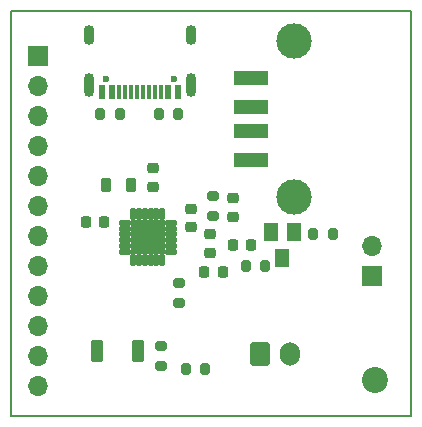
<source format=gts>
%TF.GenerationSoftware,KiCad,Pcbnew,7.0.2*%
%TF.CreationDate,2025-03-07T15:38:25-05:00*%
%TF.ProjectId,2nPM1100,326e504d-3131-4303-902e-6b696361645f,rev?*%
%TF.SameCoordinates,Original*%
%TF.FileFunction,Soldermask,Top*%
%TF.FilePolarity,Negative*%
%FSLAX46Y46*%
G04 Gerber Fmt 4.6, Leading zero omitted, Abs format (unit mm)*
G04 Created by KiCad (PCBNEW 7.0.2) date 2025-03-07 15:38:25*
%MOMM*%
%LPD*%
G01*
G04 APERTURE LIST*
G04 Aperture macros list*
%AMRoundRect*
0 Rectangle with rounded corners*
0 $1 Rounding radius*
0 $2 $3 $4 $5 $6 $7 $8 $9 X,Y pos of 4 corners*
0 Add a 4 corners polygon primitive as box body*
4,1,4,$2,$3,$4,$5,$6,$7,$8,$9,$2,$3,0*
0 Add four circle primitives for the rounded corners*
1,1,$1+$1,$2,$3*
1,1,$1+$1,$4,$5*
1,1,$1+$1,$6,$7*
1,1,$1+$1,$8,$9*
0 Add four rect primitives between the rounded corners*
20,1,$1+$1,$2,$3,$4,$5,0*
20,1,$1+$1,$4,$5,$6,$7,0*
20,1,$1+$1,$6,$7,$8,$9,0*
20,1,$1+$1,$8,$9,$2,$3,0*%
G04 Aperture macros list end*
%ADD10C,0.150000*%
%ADD11RoundRect,0.200000X-0.275000X0.200000X-0.275000X-0.200000X0.275000X-0.200000X0.275000X0.200000X0*%
%ADD12RoundRect,0.225000X-0.225000X-0.250000X0.225000X-0.250000X0.225000X0.250000X-0.225000X0.250000X0*%
%ADD13RoundRect,0.102000X0.500000X0.700000X-0.500000X0.700000X-0.500000X-0.700000X0.500000X-0.700000X0*%
%ADD14RoundRect,0.102000X0.400000X0.850000X-0.400000X0.850000X-0.400000X-0.850000X0.400000X-0.850000X0*%
%ADD15C,2.200000*%
%ADD16RoundRect,0.218750X-0.218750X-0.256250X0.218750X-0.256250X0.218750X0.256250X-0.218750X0.256250X0*%
%ADD17RoundRect,0.225000X0.225000X0.250000X-0.225000X0.250000X-0.225000X-0.250000X0.225000X-0.250000X0*%
%ADD18RoundRect,0.218750X-0.256250X0.218750X-0.256250X-0.218750X0.256250X-0.218750X0.256250X0.218750X0*%
%ADD19RoundRect,0.200000X-0.200000X-0.275000X0.200000X-0.275000X0.200000X0.275000X-0.200000X0.275000X0*%
%ADD20RoundRect,0.250000X-0.600000X-0.750000X0.600000X-0.750000X0.600000X0.750000X-0.600000X0.750000X0*%
%ADD21O,1.700000X2.000000*%
%ADD22RoundRect,0.218750X-0.218750X-0.381250X0.218750X-0.381250X0.218750X0.381250X-0.218750X0.381250X0*%
%ADD23RoundRect,0.200000X0.200000X0.275000X-0.200000X0.275000X-0.200000X-0.275000X0.200000X-0.275000X0*%
%ADD24RoundRect,0.225000X-0.250000X0.225000X-0.250000X-0.225000X0.250000X-0.225000X0.250000X0.225000X0*%
%ADD25R,1.700000X1.700000*%
%ADD26O,1.700000X1.700000*%
%ADD27RoundRect,0.225000X0.250000X-0.225000X0.250000X0.225000X-0.250000X0.225000X-0.250000X-0.225000X0*%
%ADD28R,3.000000X1.250000*%
%ADD29C,3.000000*%
%ADD30RoundRect,0.135750X-0.371250X-0.101250X0.371250X-0.101250X0.371250X0.101250X-0.371250X0.101250X0*%
%ADD31RoundRect,0.135750X-0.101250X-0.371250X0.101250X-0.371250X0.101250X0.371250X-0.101250X0.371250X0*%
%ADD32RoundRect,0.102000X-1.350000X-1.350000X1.350000X-1.350000X1.350000X1.350000X-1.350000X1.350000X0*%
%ADD33C,0.600000*%
%ADD34R,0.600000X1.160000*%
%ADD35R,0.300000X1.160000*%
%ADD36O,0.900000X2.000000*%
%ADD37O,0.900000X1.700000*%
G04 APERTURE END LIST*
D10*
X111379000Y-66040000D02*
X77470000Y-66040000D01*
X111379000Y-100330000D02*
X111379000Y-66040000D01*
X77470000Y-100330000D02*
X111379000Y-100330000D01*
X77470000Y-66040000D02*
X77470000Y-100330000D01*
D11*
%TO.C,R3*%
X94615000Y-81725000D03*
X94615000Y-83375000D03*
%TD*%
D12*
%TO.C,C5*%
X93840000Y-88138000D03*
X95390000Y-88138000D03*
%TD*%
D13*
%TO.C,U2*%
X101407000Y-84752000D03*
X99507000Y-84752000D03*
X100457000Y-86952000D03*
%TD*%
D14*
%TO.C,SW1*%
X88187000Y-94869000D03*
X84787000Y-94869000D03*
%TD*%
D15*
%TO.C,REF\u002A\u002A*%
X108331000Y-97282000D03*
%TD*%
D16*
%TO.C,LD1*%
X96239793Y-85851293D03*
X97814793Y-85851293D03*
%TD*%
D17*
%TO.C,C2*%
X85357000Y-83947000D03*
X83807000Y-83947000D03*
%TD*%
D18*
%TO.C,LD3*%
X96266000Y-81889500D03*
X96266000Y-83464500D03*
%TD*%
D19*
%TO.C,R1*%
X103061000Y-84963000D03*
X104711000Y-84963000D03*
%TD*%
D20*
%TO.C,J1*%
X98592000Y-95123000D03*
D21*
X101092000Y-95123000D03*
%TD*%
D11*
%TO.C,R_1*%
X90170000Y-94425000D03*
X90170000Y-96075000D03*
%TD*%
D22*
%TO.C,L1*%
X85551500Y-80772000D03*
X87676500Y-80772000D03*
%TD*%
D23*
%TO.C,RCC1*%
X91630000Y-74803000D03*
X89980000Y-74803000D03*
%TD*%
D24*
%TO.C,C1*%
X92710000Y-82791000D03*
X92710000Y-84341000D03*
%TD*%
D19*
%TO.C,RCC2*%
X85027000Y-74803000D03*
X86677000Y-74803000D03*
%TD*%
%TO.C,R6*%
X97346000Y-87630000D03*
X98996000Y-87630000D03*
%TD*%
D25*
%TO.C,J5*%
X108077000Y-88524000D03*
D26*
X108077000Y-85984000D03*
%TD*%
D27*
%TO.C,C3*%
X94361000Y-86500000D03*
X94361000Y-84950000D03*
%TD*%
D28*
%TO.C,J4*%
X97760000Y-78684000D03*
X97760000Y-76184000D03*
X97760000Y-74184000D03*
X97760000Y-71684000D03*
D29*
X101440000Y-81754000D03*
X101440000Y-68614000D03*
%TD*%
D30*
%TO.C,U1*%
X87088000Y-83967000D03*
X87088000Y-84467000D03*
X87088000Y-84967000D03*
X87088000Y-85467000D03*
X87088000Y-85967000D03*
X87088000Y-86467000D03*
D31*
X87788000Y-87167000D03*
X88288000Y-87167000D03*
X88788000Y-87167000D03*
X89288000Y-87167000D03*
X89788000Y-87167000D03*
X90288000Y-87167000D03*
D30*
X90988000Y-86467000D03*
X90988000Y-85967000D03*
X90988000Y-85467000D03*
X90988000Y-84967000D03*
X90988000Y-84467000D03*
X90988000Y-83967000D03*
D31*
X90288000Y-83267000D03*
X89788000Y-83267000D03*
X89288000Y-83267000D03*
X88788000Y-83267000D03*
X88288000Y-83267000D03*
X87788000Y-83267000D03*
D32*
X89038000Y-85217000D03*
%TD*%
D25*
%TO.C,J3*%
X79756000Y-69850000D03*
D26*
X79756000Y-72390000D03*
X79756000Y-74930000D03*
X79756000Y-77470000D03*
X79756000Y-80010000D03*
X79756000Y-82550000D03*
X79756000Y-85090000D03*
X79756000Y-87630000D03*
X79756000Y-90170000D03*
X79756000Y-92710000D03*
X79756000Y-95250000D03*
X79756000Y-97790000D03*
%TD*%
D33*
%TO.C,J2*%
X91282000Y-71808000D03*
X85502000Y-71808000D03*
D34*
X91592000Y-72868000D03*
X90792000Y-72868000D03*
D35*
X89642000Y-72868000D03*
X88642000Y-72868000D03*
X88142000Y-72868000D03*
X87142000Y-72868000D03*
D34*
X85992000Y-72868000D03*
X85192000Y-72868000D03*
X85192000Y-72868000D03*
X85992000Y-72868000D03*
D35*
X86642000Y-72868000D03*
X87642000Y-72868000D03*
X89142000Y-72868000D03*
X90142000Y-72868000D03*
D34*
X90792000Y-72868000D03*
X91592000Y-72868000D03*
D36*
X92712000Y-72288000D03*
D37*
X92712000Y-68118000D03*
D36*
X84072000Y-72288000D03*
D37*
X84072000Y-68118000D03*
%TD*%
D11*
%TO.C,R_ICHG1*%
X91694000Y-89091000D03*
X91694000Y-90741000D03*
%TD*%
D27*
%TO.C,C4*%
X89535000Y-80912000D03*
X89535000Y-79362000D03*
%TD*%
D19*
%TO.C,TH1*%
X92266000Y-96393000D03*
X93916000Y-96393000D03*
%TD*%
M02*

</source>
